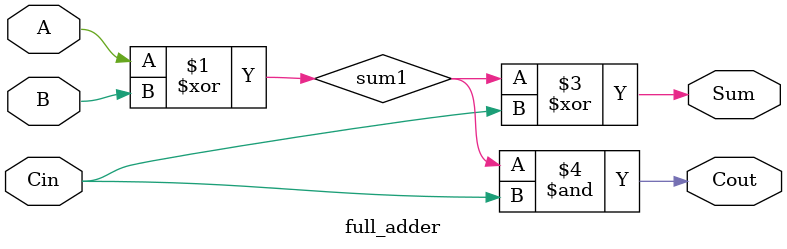
<source format=v>

module four_bit_adder (
    input [3:0] A,
    input [3:0] B,
    input Cin,
    output [3:0] Sum,
    output Cout
);

wire [3:0] carry;
wire [3:0] xor_sum;

// First bit
full_adder FA0(A[0], B[0], Cin, Sum[0], carry[0]);
assign xor_sum[0] = A[0] ^ B[0];

// Second bit
full_adder FA1(A[1], B[1], carry[0], Sum[1], carry[1]);
assign xor_sum[1] = A[1] ^ B[1];

// Third bit
full_adder FA2(A[2], B[2], carry[1], Sum[2], carry[2]);
assign xor_sum[2] = A[2] ^ B[2];

// Fourth bit
full_adder FA3(A[3], B[3], carry[2], Sum[3], carry[3]);
assign xor_sum[3] = A[3] ^ B[3];

assign Cout = carry[3] | xor_sum[3];

endmodule
module full_adder (
    input A,
    input B,
    input Cin,
    output Sum,
    output Cout
);

wire sum1;
wire carry1;

// First adder
xor (sum1, A, B);
and (carry1, A, B);

// Second adder
xor (Sum, sum1, Cin);
and (Cout, sum1, Cin);

endmodule
</source>
